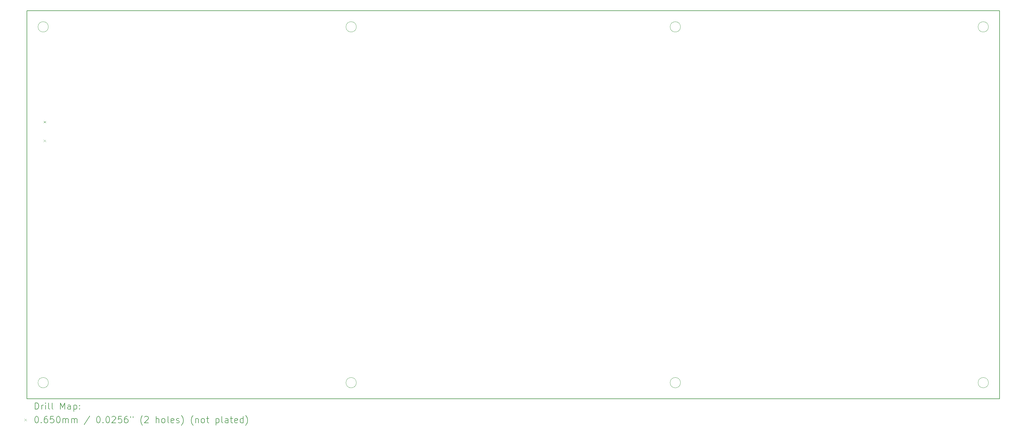
<source format=gbr>
%TF.GenerationSoftware,KiCad,Pcbnew,7.0.10*%
%TF.CreationDate,2024-02-23T22:38:40+01:00*%
%TF.ProjectId,FluidNC,466c7569-644e-4432-9e6b-696361645f70,rev?*%
%TF.SameCoordinates,Original*%
%TF.FileFunction,Drillmap*%
%TF.FilePolarity,Positive*%
%FSLAX45Y45*%
G04 Gerber Fmt 4.5, Leading zero omitted, Abs format (unit mm)*
G04 Created by KiCad (PCBNEW 7.0.10) date 2024-02-23 22:38:40*
%MOMM*%
%LPD*%
G01*
G04 APERTURE LIST*
%ADD10C,0.050000*%
%ADD11C,0.200000*%
%ADD12C,0.100000*%
G04 APERTURE END LIST*
D10*
X29660000Y-500000D02*
G75*
G03*
X29340000Y-500000I-160000J0D01*
G01*
X29340000Y-500000D02*
G75*
G03*
X29660000Y-500000I160000J0D01*
G01*
X10160000Y-500000D02*
G75*
G03*
X9840000Y-500000I-160000J0D01*
G01*
X9840000Y-500000D02*
G75*
G03*
X10160000Y-500000I160000J0D01*
G01*
X20160000Y-500000D02*
G75*
G03*
X19840000Y-500000I-160000J0D01*
G01*
X19840000Y-500000D02*
G75*
G03*
X20160000Y-500000I160000J0D01*
G01*
D11*
X0Y0D02*
X30000000Y0D01*
X30000000Y-12000000D01*
X0Y-12000000D01*
X0Y0D01*
D10*
X29660000Y-11500000D02*
G75*
G03*
X29340000Y-11500000I-160000J0D01*
G01*
X29340000Y-11500000D02*
G75*
G03*
X29660000Y-11500000I160000J0D01*
G01*
X20160000Y-11500000D02*
G75*
G03*
X19840000Y-11500000I-160000J0D01*
G01*
X19840000Y-11500000D02*
G75*
G03*
X20160000Y-11500000I160000J0D01*
G01*
X660000Y-11500000D02*
G75*
G03*
X340000Y-11500000I-160000J0D01*
G01*
X340000Y-11500000D02*
G75*
G03*
X660000Y-11500000I160000J0D01*
G01*
X660000Y-500000D02*
G75*
G03*
X340000Y-500000I-160000J0D01*
G01*
X340000Y-500000D02*
G75*
G03*
X660000Y-500000I160000J0D01*
G01*
X10160000Y-11500000D02*
G75*
G03*
X9840000Y-11500000I-160000J0D01*
G01*
X9840000Y-11500000D02*
G75*
G03*
X10160000Y-11500000I160000J0D01*
G01*
D11*
D12*
X518050Y-3409500D02*
X583050Y-3474500D01*
X583050Y-3409500D02*
X518050Y-3474500D01*
X518050Y-3987500D02*
X583050Y-4052500D01*
X583050Y-3987500D02*
X518050Y-4052500D01*
D11*
X250777Y-12321484D02*
X250777Y-12121484D01*
X250777Y-12121484D02*
X298396Y-12121484D01*
X298396Y-12121484D02*
X326967Y-12131008D01*
X326967Y-12131008D02*
X346015Y-12150055D01*
X346015Y-12150055D02*
X355539Y-12169103D01*
X355539Y-12169103D02*
X365062Y-12207198D01*
X365062Y-12207198D02*
X365062Y-12235769D01*
X365062Y-12235769D02*
X355539Y-12273865D01*
X355539Y-12273865D02*
X346015Y-12292912D01*
X346015Y-12292912D02*
X326967Y-12311960D01*
X326967Y-12311960D02*
X298396Y-12321484D01*
X298396Y-12321484D02*
X250777Y-12321484D01*
X450777Y-12321484D02*
X450777Y-12188150D01*
X450777Y-12226246D02*
X460301Y-12207198D01*
X460301Y-12207198D02*
X469824Y-12197674D01*
X469824Y-12197674D02*
X488872Y-12188150D01*
X488872Y-12188150D02*
X507920Y-12188150D01*
X574586Y-12321484D02*
X574586Y-12188150D01*
X574586Y-12121484D02*
X565063Y-12131008D01*
X565063Y-12131008D02*
X574586Y-12140531D01*
X574586Y-12140531D02*
X584110Y-12131008D01*
X584110Y-12131008D02*
X574586Y-12121484D01*
X574586Y-12121484D02*
X574586Y-12140531D01*
X698396Y-12321484D02*
X679348Y-12311960D01*
X679348Y-12311960D02*
X669824Y-12292912D01*
X669824Y-12292912D02*
X669824Y-12121484D01*
X803158Y-12321484D02*
X784110Y-12311960D01*
X784110Y-12311960D02*
X774586Y-12292912D01*
X774586Y-12292912D02*
X774586Y-12121484D01*
X1031729Y-12321484D02*
X1031729Y-12121484D01*
X1031729Y-12121484D02*
X1098396Y-12264341D01*
X1098396Y-12264341D02*
X1165063Y-12121484D01*
X1165063Y-12121484D02*
X1165063Y-12321484D01*
X1346015Y-12321484D02*
X1346015Y-12216722D01*
X1346015Y-12216722D02*
X1336491Y-12197674D01*
X1336491Y-12197674D02*
X1317444Y-12188150D01*
X1317444Y-12188150D02*
X1279348Y-12188150D01*
X1279348Y-12188150D02*
X1260301Y-12197674D01*
X1346015Y-12311960D02*
X1326967Y-12321484D01*
X1326967Y-12321484D02*
X1279348Y-12321484D01*
X1279348Y-12321484D02*
X1260301Y-12311960D01*
X1260301Y-12311960D02*
X1250777Y-12292912D01*
X1250777Y-12292912D02*
X1250777Y-12273865D01*
X1250777Y-12273865D02*
X1260301Y-12254817D01*
X1260301Y-12254817D02*
X1279348Y-12245293D01*
X1279348Y-12245293D02*
X1326967Y-12245293D01*
X1326967Y-12245293D02*
X1346015Y-12235769D01*
X1441253Y-12188150D02*
X1441253Y-12388150D01*
X1441253Y-12197674D02*
X1460301Y-12188150D01*
X1460301Y-12188150D02*
X1498396Y-12188150D01*
X1498396Y-12188150D02*
X1517443Y-12197674D01*
X1517443Y-12197674D02*
X1526967Y-12207198D01*
X1526967Y-12207198D02*
X1536491Y-12226246D01*
X1536491Y-12226246D02*
X1536491Y-12283388D01*
X1536491Y-12283388D02*
X1526967Y-12302436D01*
X1526967Y-12302436D02*
X1517443Y-12311960D01*
X1517443Y-12311960D02*
X1498396Y-12321484D01*
X1498396Y-12321484D02*
X1460301Y-12321484D01*
X1460301Y-12321484D02*
X1441253Y-12311960D01*
X1622205Y-12302436D02*
X1631729Y-12311960D01*
X1631729Y-12311960D02*
X1622205Y-12321484D01*
X1622205Y-12321484D02*
X1612682Y-12311960D01*
X1612682Y-12311960D02*
X1622205Y-12302436D01*
X1622205Y-12302436D02*
X1622205Y-12321484D01*
X1622205Y-12197674D02*
X1631729Y-12207198D01*
X1631729Y-12207198D02*
X1622205Y-12216722D01*
X1622205Y-12216722D02*
X1612682Y-12207198D01*
X1612682Y-12207198D02*
X1622205Y-12197674D01*
X1622205Y-12197674D02*
X1622205Y-12216722D01*
D12*
X-75000Y-12617500D02*
X-10000Y-12682500D01*
X-10000Y-12617500D02*
X-75000Y-12682500D01*
D11*
X288872Y-12541484D02*
X307920Y-12541484D01*
X307920Y-12541484D02*
X326967Y-12551008D01*
X326967Y-12551008D02*
X336491Y-12560531D01*
X336491Y-12560531D02*
X346015Y-12579579D01*
X346015Y-12579579D02*
X355539Y-12617674D01*
X355539Y-12617674D02*
X355539Y-12665293D01*
X355539Y-12665293D02*
X346015Y-12703388D01*
X346015Y-12703388D02*
X336491Y-12722436D01*
X336491Y-12722436D02*
X326967Y-12731960D01*
X326967Y-12731960D02*
X307920Y-12741484D01*
X307920Y-12741484D02*
X288872Y-12741484D01*
X288872Y-12741484D02*
X269824Y-12731960D01*
X269824Y-12731960D02*
X260301Y-12722436D01*
X260301Y-12722436D02*
X250777Y-12703388D01*
X250777Y-12703388D02*
X241253Y-12665293D01*
X241253Y-12665293D02*
X241253Y-12617674D01*
X241253Y-12617674D02*
X250777Y-12579579D01*
X250777Y-12579579D02*
X260301Y-12560531D01*
X260301Y-12560531D02*
X269824Y-12551008D01*
X269824Y-12551008D02*
X288872Y-12541484D01*
X441253Y-12722436D02*
X450777Y-12731960D01*
X450777Y-12731960D02*
X441253Y-12741484D01*
X441253Y-12741484D02*
X431729Y-12731960D01*
X431729Y-12731960D02*
X441253Y-12722436D01*
X441253Y-12722436D02*
X441253Y-12741484D01*
X622205Y-12541484D02*
X584110Y-12541484D01*
X584110Y-12541484D02*
X565063Y-12551008D01*
X565063Y-12551008D02*
X555539Y-12560531D01*
X555539Y-12560531D02*
X536491Y-12589103D01*
X536491Y-12589103D02*
X526967Y-12627198D01*
X526967Y-12627198D02*
X526967Y-12703388D01*
X526967Y-12703388D02*
X536491Y-12722436D01*
X536491Y-12722436D02*
X546015Y-12731960D01*
X546015Y-12731960D02*
X565063Y-12741484D01*
X565063Y-12741484D02*
X603158Y-12741484D01*
X603158Y-12741484D02*
X622205Y-12731960D01*
X622205Y-12731960D02*
X631729Y-12722436D01*
X631729Y-12722436D02*
X641253Y-12703388D01*
X641253Y-12703388D02*
X641253Y-12655769D01*
X641253Y-12655769D02*
X631729Y-12636722D01*
X631729Y-12636722D02*
X622205Y-12627198D01*
X622205Y-12627198D02*
X603158Y-12617674D01*
X603158Y-12617674D02*
X565063Y-12617674D01*
X565063Y-12617674D02*
X546015Y-12627198D01*
X546015Y-12627198D02*
X536491Y-12636722D01*
X536491Y-12636722D02*
X526967Y-12655769D01*
X822205Y-12541484D02*
X726967Y-12541484D01*
X726967Y-12541484D02*
X717443Y-12636722D01*
X717443Y-12636722D02*
X726967Y-12627198D01*
X726967Y-12627198D02*
X746015Y-12617674D01*
X746015Y-12617674D02*
X793634Y-12617674D01*
X793634Y-12617674D02*
X812682Y-12627198D01*
X812682Y-12627198D02*
X822205Y-12636722D01*
X822205Y-12636722D02*
X831729Y-12655769D01*
X831729Y-12655769D02*
X831729Y-12703388D01*
X831729Y-12703388D02*
X822205Y-12722436D01*
X822205Y-12722436D02*
X812682Y-12731960D01*
X812682Y-12731960D02*
X793634Y-12741484D01*
X793634Y-12741484D02*
X746015Y-12741484D01*
X746015Y-12741484D02*
X726967Y-12731960D01*
X726967Y-12731960D02*
X717443Y-12722436D01*
X955539Y-12541484D02*
X974586Y-12541484D01*
X974586Y-12541484D02*
X993634Y-12551008D01*
X993634Y-12551008D02*
X1003158Y-12560531D01*
X1003158Y-12560531D02*
X1012682Y-12579579D01*
X1012682Y-12579579D02*
X1022205Y-12617674D01*
X1022205Y-12617674D02*
X1022205Y-12665293D01*
X1022205Y-12665293D02*
X1012682Y-12703388D01*
X1012682Y-12703388D02*
X1003158Y-12722436D01*
X1003158Y-12722436D02*
X993634Y-12731960D01*
X993634Y-12731960D02*
X974586Y-12741484D01*
X974586Y-12741484D02*
X955539Y-12741484D01*
X955539Y-12741484D02*
X936491Y-12731960D01*
X936491Y-12731960D02*
X926967Y-12722436D01*
X926967Y-12722436D02*
X917443Y-12703388D01*
X917443Y-12703388D02*
X907920Y-12665293D01*
X907920Y-12665293D02*
X907920Y-12617674D01*
X907920Y-12617674D02*
X917443Y-12579579D01*
X917443Y-12579579D02*
X926967Y-12560531D01*
X926967Y-12560531D02*
X936491Y-12551008D01*
X936491Y-12551008D02*
X955539Y-12541484D01*
X1107920Y-12741484D02*
X1107920Y-12608150D01*
X1107920Y-12627198D02*
X1117444Y-12617674D01*
X1117444Y-12617674D02*
X1136491Y-12608150D01*
X1136491Y-12608150D02*
X1165063Y-12608150D01*
X1165063Y-12608150D02*
X1184110Y-12617674D01*
X1184110Y-12617674D02*
X1193634Y-12636722D01*
X1193634Y-12636722D02*
X1193634Y-12741484D01*
X1193634Y-12636722D02*
X1203158Y-12617674D01*
X1203158Y-12617674D02*
X1222205Y-12608150D01*
X1222205Y-12608150D02*
X1250777Y-12608150D01*
X1250777Y-12608150D02*
X1269825Y-12617674D01*
X1269825Y-12617674D02*
X1279348Y-12636722D01*
X1279348Y-12636722D02*
X1279348Y-12741484D01*
X1374586Y-12741484D02*
X1374586Y-12608150D01*
X1374586Y-12627198D02*
X1384110Y-12617674D01*
X1384110Y-12617674D02*
X1403158Y-12608150D01*
X1403158Y-12608150D02*
X1431729Y-12608150D01*
X1431729Y-12608150D02*
X1450777Y-12617674D01*
X1450777Y-12617674D02*
X1460301Y-12636722D01*
X1460301Y-12636722D02*
X1460301Y-12741484D01*
X1460301Y-12636722D02*
X1469824Y-12617674D01*
X1469824Y-12617674D02*
X1488872Y-12608150D01*
X1488872Y-12608150D02*
X1517443Y-12608150D01*
X1517443Y-12608150D02*
X1536491Y-12617674D01*
X1536491Y-12617674D02*
X1546015Y-12636722D01*
X1546015Y-12636722D02*
X1546015Y-12741484D01*
X1936491Y-12531960D02*
X1765063Y-12789103D01*
X2193634Y-12541484D02*
X2212682Y-12541484D01*
X2212682Y-12541484D02*
X2231729Y-12551008D01*
X2231729Y-12551008D02*
X2241253Y-12560531D01*
X2241253Y-12560531D02*
X2250777Y-12579579D01*
X2250777Y-12579579D02*
X2260301Y-12617674D01*
X2260301Y-12617674D02*
X2260301Y-12665293D01*
X2260301Y-12665293D02*
X2250777Y-12703388D01*
X2250777Y-12703388D02*
X2241253Y-12722436D01*
X2241253Y-12722436D02*
X2231729Y-12731960D01*
X2231729Y-12731960D02*
X2212682Y-12741484D01*
X2212682Y-12741484D02*
X2193634Y-12741484D01*
X2193634Y-12741484D02*
X2174587Y-12731960D01*
X2174587Y-12731960D02*
X2165063Y-12722436D01*
X2165063Y-12722436D02*
X2155539Y-12703388D01*
X2155539Y-12703388D02*
X2146015Y-12665293D01*
X2146015Y-12665293D02*
X2146015Y-12617674D01*
X2146015Y-12617674D02*
X2155539Y-12579579D01*
X2155539Y-12579579D02*
X2165063Y-12560531D01*
X2165063Y-12560531D02*
X2174587Y-12551008D01*
X2174587Y-12551008D02*
X2193634Y-12541484D01*
X2346015Y-12722436D02*
X2355539Y-12731960D01*
X2355539Y-12731960D02*
X2346015Y-12741484D01*
X2346015Y-12741484D02*
X2336491Y-12731960D01*
X2336491Y-12731960D02*
X2346015Y-12722436D01*
X2346015Y-12722436D02*
X2346015Y-12741484D01*
X2479348Y-12541484D02*
X2498396Y-12541484D01*
X2498396Y-12541484D02*
X2517444Y-12551008D01*
X2517444Y-12551008D02*
X2526968Y-12560531D01*
X2526968Y-12560531D02*
X2536491Y-12579579D01*
X2536491Y-12579579D02*
X2546015Y-12617674D01*
X2546015Y-12617674D02*
X2546015Y-12665293D01*
X2546015Y-12665293D02*
X2536491Y-12703388D01*
X2536491Y-12703388D02*
X2526968Y-12722436D01*
X2526968Y-12722436D02*
X2517444Y-12731960D01*
X2517444Y-12731960D02*
X2498396Y-12741484D01*
X2498396Y-12741484D02*
X2479348Y-12741484D01*
X2479348Y-12741484D02*
X2460301Y-12731960D01*
X2460301Y-12731960D02*
X2450777Y-12722436D01*
X2450777Y-12722436D02*
X2441253Y-12703388D01*
X2441253Y-12703388D02*
X2431729Y-12665293D01*
X2431729Y-12665293D02*
X2431729Y-12617674D01*
X2431729Y-12617674D02*
X2441253Y-12579579D01*
X2441253Y-12579579D02*
X2450777Y-12560531D01*
X2450777Y-12560531D02*
X2460301Y-12551008D01*
X2460301Y-12551008D02*
X2479348Y-12541484D01*
X2622206Y-12560531D02*
X2631729Y-12551008D01*
X2631729Y-12551008D02*
X2650777Y-12541484D01*
X2650777Y-12541484D02*
X2698396Y-12541484D01*
X2698396Y-12541484D02*
X2717444Y-12551008D01*
X2717444Y-12551008D02*
X2726968Y-12560531D01*
X2726968Y-12560531D02*
X2736491Y-12579579D01*
X2736491Y-12579579D02*
X2736491Y-12598627D01*
X2736491Y-12598627D02*
X2726968Y-12627198D01*
X2726968Y-12627198D02*
X2612682Y-12741484D01*
X2612682Y-12741484D02*
X2736491Y-12741484D01*
X2917444Y-12541484D02*
X2822206Y-12541484D01*
X2822206Y-12541484D02*
X2812682Y-12636722D01*
X2812682Y-12636722D02*
X2822206Y-12627198D01*
X2822206Y-12627198D02*
X2841253Y-12617674D01*
X2841253Y-12617674D02*
X2888872Y-12617674D01*
X2888872Y-12617674D02*
X2907920Y-12627198D01*
X2907920Y-12627198D02*
X2917444Y-12636722D01*
X2917444Y-12636722D02*
X2926967Y-12655769D01*
X2926967Y-12655769D02*
X2926967Y-12703388D01*
X2926967Y-12703388D02*
X2917444Y-12722436D01*
X2917444Y-12722436D02*
X2907920Y-12731960D01*
X2907920Y-12731960D02*
X2888872Y-12741484D01*
X2888872Y-12741484D02*
X2841253Y-12741484D01*
X2841253Y-12741484D02*
X2822206Y-12731960D01*
X2822206Y-12731960D02*
X2812682Y-12722436D01*
X3098396Y-12541484D02*
X3060301Y-12541484D01*
X3060301Y-12541484D02*
X3041253Y-12551008D01*
X3041253Y-12551008D02*
X3031729Y-12560531D01*
X3031729Y-12560531D02*
X3012682Y-12589103D01*
X3012682Y-12589103D02*
X3003158Y-12627198D01*
X3003158Y-12627198D02*
X3003158Y-12703388D01*
X3003158Y-12703388D02*
X3012682Y-12722436D01*
X3012682Y-12722436D02*
X3022206Y-12731960D01*
X3022206Y-12731960D02*
X3041253Y-12741484D01*
X3041253Y-12741484D02*
X3079348Y-12741484D01*
X3079348Y-12741484D02*
X3098396Y-12731960D01*
X3098396Y-12731960D02*
X3107920Y-12722436D01*
X3107920Y-12722436D02*
X3117444Y-12703388D01*
X3117444Y-12703388D02*
X3117444Y-12655769D01*
X3117444Y-12655769D02*
X3107920Y-12636722D01*
X3107920Y-12636722D02*
X3098396Y-12627198D01*
X3098396Y-12627198D02*
X3079348Y-12617674D01*
X3079348Y-12617674D02*
X3041253Y-12617674D01*
X3041253Y-12617674D02*
X3022206Y-12627198D01*
X3022206Y-12627198D02*
X3012682Y-12636722D01*
X3012682Y-12636722D02*
X3003158Y-12655769D01*
X3193634Y-12541484D02*
X3193634Y-12579579D01*
X3269825Y-12541484D02*
X3269825Y-12579579D01*
X3565063Y-12817674D02*
X3555539Y-12808150D01*
X3555539Y-12808150D02*
X3536491Y-12779579D01*
X3536491Y-12779579D02*
X3526968Y-12760531D01*
X3526968Y-12760531D02*
X3517444Y-12731960D01*
X3517444Y-12731960D02*
X3507920Y-12684341D01*
X3507920Y-12684341D02*
X3507920Y-12646246D01*
X3507920Y-12646246D02*
X3517444Y-12598627D01*
X3517444Y-12598627D02*
X3526968Y-12570055D01*
X3526968Y-12570055D02*
X3536491Y-12551008D01*
X3536491Y-12551008D02*
X3555539Y-12522436D01*
X3555539Y-12522436D02*
X3565063Y-12512912D01*
X3631729Y-12560531D02*
X3641253Y-12551008D01*
X3641253Y-12551008D02*
X3660301Y-12541484D01*
X3660301Y-12541484D02*
X3707920Y-12541484D01*
X3707920Y-12541484D02*
X3726968Y-12551008D01*
X3726968Y-12551008D02*
X3736491Y-12560531D01*
X3736491Y-12560531D02*
X3746015Y-12579579D01*
X3746015Y-12579579D02*
X3746015Y-12598627D01*
X3746015Y-12598627D02*
X3736491Y-12627198D01*
X3736491Y-12627198D02*
X3622206Y-12741484D01*
X3622206Y-12741484D02*
X3746015Y-12741484D01*
X3984110Y-12741484D02*
X3984110Y-12541484D01*
X4069825Y-12741484D02*
X4069825Y-12636722D01*
X4069825Y-12636722D02*
X4060301Y-12617674D01*
X4060301Y-12617674D02*
X4041253Y-12608150D01*
X4041253Y-12608150D02*
X4012682Y-12608150D01*
X4012682Y-12608150D02*
X3993634Y-12617674D01*
X3993634Y-12617674D02*
X3984110Y-12627198D01*
X4193634Y-12741484D02*
X4174587Y-12731960D01*
X4174587Y-12731960D02*
X4165063Y-12722436D01*
X4165063Y-12722436D02*
X4155539Y-12703388D01*
X4155539Y-12703388D02*
X4155539Y-12646246D01*
X4155539Y-12646246D02*
X4165063Y-12627198D01*
X4165063Y-12627198D02*
X4174587Y-12617674D01*
X4174587Y-12617674D02*
X4193634Y-12608150D01*
X4193634Y-12608150D02*
X4222206Y-12608150D01*
X4222206Y-12608150D02*
X4241253Y-12617674D01*
X4241253Y-12617674D02*
X4250777Y-12627198D01*
X4250777Y-12627198D02*
X4260301Y-12646246D01*
X4260301Y-12646246D02*
X4260301Y-12703388D01*
X4260301Y-12703388D02*
X4250777Y-12722436D01*
X4250777Y-12722436D02*
X4241253Y-12731960D01*
X4241253Y-12731960D02*
X4222206Y-12741484D01*
X4222206Y-12741484D02*
X4193634Y-12741484D01*
X4374587Y-12741484D02*
X4355539Y-12731960D01*
X4355539Y-12731960D02*
X4346015Y-12712912D01*
X4346015Y-12712912D02*
X4346015Y-12541484D01*
X4526968Y-12731960D02*
X4507920Y-12741484D01*
X4507920Y-12741484D02*
X4469825Y-12741484D01*
X4469825Y-12741484D02*
X4450777Y-12731960D01*
X4450777Y-12731960D02*
X4441253Y-12712912D01*
X4441253Y-12712912D02*
X4441253Y-12636722D01*
X4441253Y-12636722D02*
X4450777Y-12617674D01*
X4450777Y-12617674D02*
X4469825Y-12608150D01*
X4469825Y-12608150D02*
X4507920Y-12608150D01*
X4507920Y-12608150D02*
X4526968Y-12617674D01*
X4526968Y-12617674D02*
X4536492Y-12636722D01*
X4536492Y-12636722D02*
X4536492Y-12655769D01*
X4536492Y-12655769D02*
X4441253Y-12674817D01*
X4612682Y-12731960D02*
X4631730Y-12741484D01*
X4631730Y-12741484D02*
X4669825Y-12741484D01*
X4669825Y-12741484D02*
X4688873Y-12731960D01*
X4688873Y-12731960D02*
X4698396Y-12712912D01*
X4698396Y-12712912D02*
X4698396Y-12703388D01*
X4698396Y-12703388D02*
X4688873Y-12684341D01*
X4688873Y-12684341D02*
X4669825Y-12674817D01*
X4669825Y-12674817D02*
X4641253Y-12674817D01*
X4641253Y-12674817D02*
X4622206Y-12665293D01*
X4622206Y-12665293D02*
X4612682Y-12646246D01*
X4612682Y-12646246D02*
X4612682Y-12636722D01*
X4612682Y-12636722D02*
X4622206Y-12617674D01*
X4622206Y-12617674D02*
X4641253Y-12608150D01*
X4641253Y-12608150D02*
X4669825Y-12608150D01*
X4669825Y-12608150D02*
X4688873Y-12617674D01*
X4765063Y-12817674D02*
X4774587Y-12808150D01*
X4774587Y-12808150D02*
X4793634Y-12779579D01*
X4793634Y-12779579D02*
X4803158Y-12760531D01*
X4803158Y-12760531D02*
X4812682Y-12731960D01*
X4812682Y-12731960D02*
X4822206Y-12684341D01*
X4822206Y-12684341D02*
X4822206Y-12646246D01*
X4822206Y-12646246D02*
X4812682Y-12598627D01*
X4812682Y-12598627D02*
X4803158Y-12570055D01*
X4803158Y-12570055D02*
X4793634Y-12551008D01*
X4793634Y-12551008D02*
X4774587Y-12522436D01*
X4774587Y-12522436D02*
X4765063Y-12512912D01*
X5126968Y-12817674D02*
X5117444Y-12808150D01*
X5117444Y-12808150D02*
X5098396Y-12779579D01*
X5098396Y-12779579D02*
X5088873Y-12760531D01*
X5088873Y-12760531D02*
X5079349Y-12731960D01*
X5079349Y-12731960D02*
X5069825Y-12684341D01*
X5069825Y-12684341D02*
X5069825Y-12646246D01*
X5069825Y-12646246D02*
X5079349Y-12598627D01*
X5079349Y-12598627D02*
X5088873Y-12570055D01*
X5088873Y-12570055D02*
X5098396Y-12551008D01*
X5098396Y-12551008D02*
X5117444Y-12522436D01*
X5117444Y-12522436D02*
X5126968Y-12512912D01*
X5203158Y-12608150D02*
X5203158Y-12741484D01*
X5203158Y-12627198D02*
X5212682Y-12617674D01*
X5212682Y-12617674D02*
X5231730Y-12608150D01*
X5231730Y-12608150D02*
X5260301Y-12608150D01*
X5260301Y-12608150D02*
X5279349Y-12617674D01*
X5279349Y-12617674D02*
X5288873Y-12636722D01*
X5288873Y-12636722D02*
X5288873Y-12741484D01*
X5412682Y-12741484D02*
X5393634Y-12731960D01*
X5393634Y-12731960D02*
X5384111Y-12722436D01*
X5384111Y-12722436D02*
X5374587Y-12703388D01*
X5374587Y-12703388D02*
X5374587Y-12646246D01*
X5374587Y-12646246D02*
X5384111Y-12627198D01*
X5384111Y-12627198D02*
X5393634Y-12617674D01*
X5393634Y-12617674D02*
X5412682Y-12608150D01*
X5412682Y-12608150D02*
X5441254Y-12608150D01*
X5441254Y-12608150D02*
X5460301Y-12617674D01*
X5460301Y-12617674D02*
X5469825Y-12627198D01*
X5469825Y-12627198D02*
X5479349Y-12646246D01*
X5479349Y-12646246D02*
X5479349Y-12703388D01*
X5479349Y-12703388D02*
X5469825Y-12722436D01*
X5469825Y-12722436D02*
X5460301Y-12731960D01*
X5460301Y-12731960D02*
X5441254Y-12741484D01*
X5441254Y-12741484D02*
X5412682Y-12741484D01*
X5536492Y-12608150D02*
X5612682Y-12608150D01*
X5565063Y-12541484D02*
X5565063Y-12712912D01*
X5565063Y-12712912D02*
X5574587Y-12731960D01*
X5574587Y-12731960D02*
X5593634Y-12741484D01*
X5593634Y-12741484D02*
X5612682Y-12741484D01*
X5831730Y-12608150D02*
X5831730Y-12808150D01*
X5831730Y-12617674D02*
X5850777Y-12608150D01*
X5850777Y-12608150D02*
X5888873Y-12608150D01*
X5888873Y-12608150D02*
X5907920Y-12617674D01*
X5907920Y-12617674D02*
X5917444Y-12627198D01*
X5917444Y-12627198D02*
X5926968Y-12646246D01*
X5926968Y-12646246D02*
X5926968Y-12703388D01*
X5926968Y-12703388D02*
X5917444Y-12722436D01*
X5917444Y-12722436D02*
X5907920Y-12731960D01*
X5907920Y-12731960D02*
X5888873Y-12741484D01*
X5888873Y-12741484D02*
X5850777Y-12741484D01*
X5850777Y-12741484D02*
X5831730Y-12731960D01*
X6041253Y-12741484D02*
X6022206Y-12731960D01*
X6022206Y-12731960D02*
X6012682Y-12712912D01*
X6012682Y-12712912D02*
X6012682Y-12541484D01*
X6203158Y-12741484D02*
X6203158Y-12636722D01*
X6203158Y-12636722D02*
X6193634Y-12617674D01*
X6193634Y-12617674D02*
X6174587Y-12608150D01*
X6174587Y-12608150D02*
X6136492Y-12608150D01*
X6136492Y-12608150D02*
X6117444Y-12617674D01*
X6203158Y-12731960D02*
X6184111Y-12741484D01*
X6184111Y-12741484D02*
X6136492Y-12741484D01*
X6136492Y-12741484D02*
X6117444Y-12731960D01*
X6117444Y-12731960D02*
X6107920Y-12712912D01*
X6107920Y-12712912D02*
X6107920Y-12693865D01*
X6107920Y-12693865D02*
X6117444Y-12674817D01*
X6117444Y-12674817D02*
X6136492Y-12665293D01*
X6136492Y-12665293D02*
X6184111Y-12665293D01*
X6184111Y-12665293D02*
X6203158Y-12655769D01*
X6269825Y-12608150D02*
X6346015Y-12608150D01*
X6298396Y-12541484D02*
X6298396Y-12712912D01*
X6298396Y-12712912D02*
X6307920Y-12731960D01*
X6307920Y-12731960D02*
X6326968Y-12741484D01*
X6326968Y-12741484D02*
X6346015Y-12741484D01*
X6488873Y-12731960D02*
X6469825Y-12741484D01*
X6469825Y-12741484D02*
X6431730Y-12741484D01*
X6431730Y-12741484D02*
X6412682Y-12731960D01*
X6412682Y-12731960D02*
X6403158Y-12712912D01*
X6403158Y-12712912D02*
X6403158Y-12636722D01*
X6403158Y-12636722D02*
X6412682Y-12617674D01*
X6412682Y-12617674D02*
X6431730Y-12608150D01*
X6431730Y-12608150D02*
X6469825Y-12608150D01*
X6469825Y-12608150D02*
X6488873Y-12617674D01*
X6488873Y-12617674D02*
X6498396Y-12636722D01*
X6498396Y-12636722D02*
X6498396Y-12655769D01*
X6498396Y-12655769D02*
X6403158Y-12674817D01*
X6669825Y-12741484D02*
X6669825Y-12541484D01*
X6669825Y-12731960D02*
X6650777Y-12741484D01*
X6650777Y-12741484D02*
X6612682Y-12741484D01*
X6612682Y-12741484D02*
X6593634Y-12731960D01*
X6593634Y-12731960D02*
X6584111Y-12722436D01*
X6584111Y-12722436D02*
X6574587Y-12703388D01*
X6574587Y-12703388D02*
X6574587Y-12646246D01*
X6574587Y-12646246D02*
X6584111Y-12627198D01*
X6584111Y-12627198D02*
X6593634Y-12617674D01*
X6593634Y-12617674D02*
X6612682Y-12608150D01*
X6612682Y-12608150D02*
X6650777Y-12608150D01*
X6650777Y-12608150D02*
X6669825Y-12617674D01*
X6746015Y-12817674D02*
X6755539Y-12808150D01*
X6755539Y-12808150D02*
X6774587Y-12779579D01*
X6774587Y-12779579D02*
X6784111Y-12760531D01*
X6784111Y-12760531D02*
X6793634Y-12731960D01*
X6793634Y-12731960D02*
X6803158Y-12684341D01*
X6803158Y-12684341D02*
X6803158Y-12646246D01*
X6803158Y-12646246D02*
X6793634Y-12598627D01*
X6793634Y-12598627D02*
X6784111Y-12570055D01*
X6784111Y-12570055D02*
X6774587Y-12551008D01*
X6774587Y-12551008D02*
X6755539Y-12522436D01*
X6755539Y-12522436D02*
X6746015Y-12512912D01*
M02*

</source>
